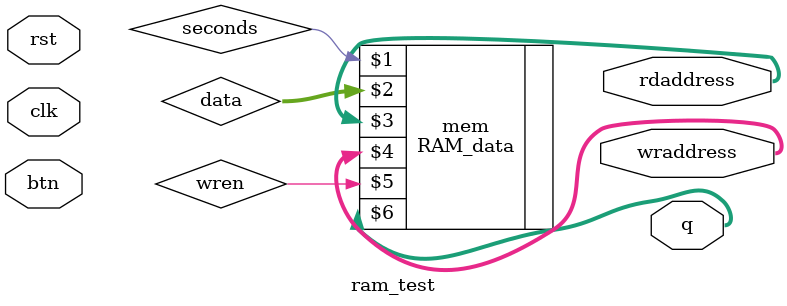
<source format=sv>
module ram_test(
	input logic clk, rst, 
	input logic [2:0] btn,
	output [31:0] q, 
	output [16:0] rdaddress, wraddress
);

	logic wren, seconds;

	logic [31:0] data;

	logic [16:0] addr_wr, addr_cont;

	RAM_data mem(seconds, data, rdaddress, wraddress, wren, q);




endmodule
</source>
